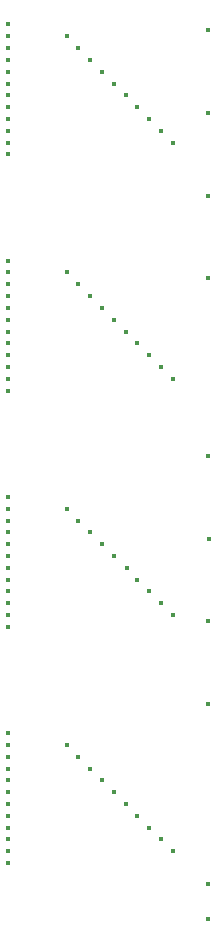
<source format=gbr>
%TF.GenerationSoftware,KiCad,Pcbnew,9.0.0*%
%TF.CreationDate,2025-03-09T10:12:05+03:00*%
%TF.ProjectId,PM_LED-10,504d5f4c-4544-42d3-9130-2e6b69636164,rev?*%
%TF.SameCoordinates,PX3ec0740PY6021600*%
%TF.FileFunction,Plated,1,2,PTH,Drill*%
%TF.FilePolarity,Positive*%
%FSLAX46Y46*%
G04 Gerber Fmt 4.6, Leading zero omitted, Abs format (unit mm)*
G04 Created by KiCad (PCBNEW 9.0.0) date 2025-03-09 10:12:05*
%MOMM*%
%LPD*%
G01*
G04 APERTURE LIST*
%TA.AperFunction,ViaDrill*%
%ADD10C,0.400000*%
%TD*%
G04 APERTURE END LIST*
D10*
X-11000000Y35500000D03*
X-11000000Y34500000D03*
X-11000000Y33500000D03*
X-11000000Y32500000D03*
X-11000000Y31500000D03*
X-11000000Y30500000D03*
X-11000000Y29500000D03*
X-11000000Y28500000D03*
X-11000000Y27500000D03*
X-11000000Y26500000D03*
X-11000000Y25500000D03*
X-11000000Y24500000D03*
X-11000000Y15500000D03*
X-11000000Y14500000D03*
X-11000000Y13500000D03*
X-11000000Y12500000D03*
X-11000000Y11500000D03*
X-11000000Y10500000D03*
X-11000000Y9500000D03*
X-11000000Y8500000D03*
X-11000000Y7500000D03*
X-11000000Y6500000D03*
X-11000000Y5500000D03*
X-11000000Y4500000D03*
X-11000000Y-4500000D03*
X-11000000Y-5500000D03*
X-11000000Y-6500000D03*
X-11000000Y-7500000D03*
X-11000000Y-8500000D03*
X-11000000Y-9500000D03*
X-11000000Y-10500000D03*
X-11000000Y-11500000D03*
X-11000000Y-12500000D03*
X-11000000Y-13500000D03*
X-11000000Y-14500000D03*
X-11000000Y-15500000D03*
X-11000000Y-24500000D03*
X-11000000Y-25500000D03*
X-11000000Y-26500000D03*
X-11000000Y-27500000D03*
X-11000000Y-28500000D03*
X-11000000Y-29500000D03*
X-11000000Y-30500000D03*
X-11000000Y-31500000D03*
X-11000000Y-32500000D03*
X-11000000Y-33500000D03*
X-11000000Y-34500000D03*
X-11000000Y-35500000D03*
X-6000000Y34500000D03*
X-6000000Y14500000D03*
X-6000000Y-5500000D03*
X-6000000Y-25500000D03*
X-5000000Y33500000D03*
X-5000000Y13500000D03*
X-5000000Y-6500000D03*
X-5000000Y-26500000D03*
X-4000000Y32500000D03*
X-4000000Y12500000D03*
X-4000000Y-7500000D03*
X-4000000Y-27500000D03*
X-3000000Y31500000D03*
X-3000000Y11500000D03*
X-3000000Y-8500000D03*
X-3000000Y-28500000D03*
X-2000000Y30500000D03*
X-2000000Y10500000D03*
X-2000000Y-9500000D03*
X-2000000Y-29500000D03*
X-1000000Y29500000D03*
X-1000000Y9500000D03*
X-1000000Y-30500000D03*
X-918248Y-10483296D03*
X0Y28500000D03*
X0Y8500000D03*
X0Y-11500000D03*
X0Y-31500000D03*
X1000000Y27500000D03*
X1000000Y7500000D03*
X1000000Y-12500000D03*
X1000000Y-32500000D03*
X2000000Y26500000D03*
X2000000Y6500000D03*
X2000000Y-13500000D03*
X2000000Y-33500000D03*
X3000000Y25500000D03*
X3000000Y5500000D03*
X3000000Y-14500000D03*
X3000000Y-34500000D03*
X6000000Y35000000D03*
X6000000Y28000000D03*
X6000000Y21000000D03*
X6000000Y14000000D03*
X6000000Y-1000000D03*
X6000000Y-15000000D03*
X6000000Y-22000000D03*
X6000000Y-37250000D03*
X6000000Y-40250000D03*
X6044252Y-8046187D03*
M02*

</source>
